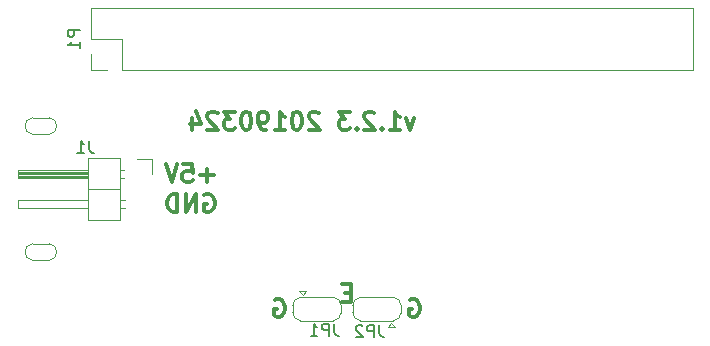
<source format=gbr>
G04 #@! TF.GenerationSoftware,KiCad,Pcbnew,5.0.2-bee76a0~70~ubuntu18.04.1*
G04 #@! TF.CreationDate,2019-03-24T23:52:30-04:00*
G04 #@! TF.ProjectId,rpi-rgb-led-matrix-zero,7270692d-7267-4622-9d6c-65642d6d6174,rev?*
G04 #@! TF.SameCoordinates,Original*
G04 #@! TF.FileFunction,Legend,Bot*
G04 #@! TF.FilePolarity,Positive*
%FSLAX46Y46*%
G04 Gerber Fmt 4.6, Leading zero omitted, Abs format (unit mm)*
G04 Created by KiCad (PCBNEW 5.0.2-bee76a0~70~ubuntu18.04.1) date Sun 24 Mar 2019 23:52:30 EDT*
%MOMM*%
%LPD*%
G01*
G04 APERTURE LIST*
%ADD10C,0.300000*%
%ADD11C,0.120000*%
%ADD12C,0.050000*%
%ADD13C,0.150000*%
G04 APERTURE END LIST*
D10*
X14212142Y-20840000D02*
X14355000Y-20768571D01*
X14569285Y-20768571D01*
X14783571Y-20840000D01*
X14926428Y-20982857D01*
X14997857Y-21125714D01*
X15069285Y-21411428D01*
X15069285Y-21625714D01*
X14997857Y-21911428D01*
X14926428Y-22054285D01*
X14783571Y-22197142D01*
X14569285Y-22268571D01*
X14426428Y-22268571D01*
X14212142Y-22197142D01*
X14140714Y-22125714D01*
X14140714Y-21625714D01*
X14426428Y-21625714D01*
X25642142Y-20840000D02*
X25785000Y-20768571D01*
X25999285Y-20768571D01*
X26213571Y-20840000D01*
X26356428Y-20982857D01*
X26427857Y-21125714D01*
X26499285Y-21411428D01*
X26499285Y-21625714D01*
X26427857Y-21911428D01*
X26356428Y-22054285D01*
X26213571Y-22197142D01*
X25999285Y-22268571D01*
X25856428Y-22268571D01*
X25642142Y-22197142D01*
X25570714Y-22125714D01*
X25570714Y-21625714D01*
X25856428Y-21625714D01*
X20641428Y-20212857D02*
X20141428Y-20212857D01*
X19927142Y-20998571D02*
X20641428Y-20998571D01*
X20641428Y-19498571D01*
X19927142Y-19498571D01*
X26010000Y-5393571D02*
X25652857Y-6393571D01*
X25295714Y-5393571D01*
X23938571Y-6393571D02*
X24795714Y-6393571D01*
X24367142Y-6393571D02*
X24367142Y-4893571D01*
X24510000Y-5107857D01*
X24652857Y-5250714D01*
X24795714Y-5322142D01*
X23295714Y-6250714D02*
X23224285Y-6322142D01*
X23295714Y-6393571D01*
X23367142Y-6322142D01*
X23295714Y-6250714D01*
X23295714Y-6393571D01*
X22652857Y-5036428D02*
X22581428Y-4965000D01*
X22438571Y-4893571D01*
X22081428Y-4893571D01*
X21938571Y-4965000D01*
X21867142Y-5036428D01*
X21795714Y-5179285D01*
X21795714Y-5322142D01*
X21867142Y-5536428D01*
X22724285Y-6393571D01*
X21795714Y-6393571D01*
X21152857Y-6250714D02*
X21081428Y-6322142D01*
X21152857Y-6393571D01*
X21224285Y-6322142D01*
X21152857Y-6250714D01*
X21152857Y-6393571D01*
X20581428Y-4893571D02*
X19652857Y-4893571D01*
X20152857Y-5465000D01*
X19938571Y-5465000D01*
X19795714Y-5536428D01*
X19724285Y-5607857D01*
X19652857Y-5750714D01*
X19652857Y-6107857D01*
X19724285Y-6250714D01*
X19795714Y-6322142D01*
X19938571Y-6393571D01*
X20367142Y-6393571D01*
X20510000Y-6322142D01*
X20581428Y-6250714D01*
X17938571Y-5036428D02*
X17867142Y-4965000D01*
X17724285Y-4893571D01*
X17367142Y-4893571D01*
X17224285Y-4965000D01*
X17152857Y-5036428D01*
X17081428Y-5179285D01*
X17081428Y-5322142D01*
X17152857Y-5536428D01*
X18010000Y-6393571D01*
X17081428Y-6393571D01*
X16152857Y-4893571D02*
X16010000Y-4893571D01*
X15867142Y-4965000D01*
X15795714Y-5036428D01*
X15724285Y-5179285D01*
X15652857Y-5465000D01*
X15652857Y-5822142D01*
X15724285Y-6107857D01*
X15795714Y-6250714D01*
X15867142Y-6322142D01*
X16010000Y-6393571D01*
X16152857Y-6393571D01*
X16295714Y-6322142D01*
X16367142Y-6250714D01*
X16438571Y-6107857D01*
X16510000Y-5822142D01*
X16510000Y-5465000D01*
X16438571Y-5179285D01*
X16367142Y-5036428D01*
X16295714Y-4965000D01*
X16152857Y-4893571D01*
X14224285Y-6393571D02*
X15081428Y-6393571D01*
X14652857Y-6393571D02*
X14652857Y-4893571D01*
X14795714Y-5107857D01*
X14938571Y-5250714D01*
X15081428Y-5322142D01*
X13510000Y-6393571D02*
X13224285Y-6393571D01*
X13081428Y-6322142D01*
X13010000Y-6250714D01*
X12867142Y-6036428D01*
X12795714Y-5750714D01*
X12795714Y-5179285D01*
X12867142Y-5036428D01*
X12938571Y-4965000D01*
X13081428Y-4893571D01*
X13367142Y-4893571D01*
X13510000Y-4965000D01*
X13581428Y-5036428D01*
X13652857Y-5179285D01*
X13652857Y-5536428D01*
X13581428Y-5679285D01*
X13510000Y-5750714D01*
X13367142Y-5822142D01*
X13081428Y-5822142D01*
X12938571Y-5750714D01*
X12867142Y-5679285D01*
X12795714Y-5536428D01*
X11867142Y-4893571D02*
X11724285Y-4893571D01*
X11581428Y-4965000D01*
X11510000Y-5036428D01*
X11438571Y-5179285D01*
X11367142Y-5465000D01*
X11367142Y-5822142D01*
X11438571Y-6107857D01*
X11510000Y-6250714D01*
X11581428Y-6322142D01*
X11724285Y-6393571D01*
X11867142Y-6393571D01*
X12010000Y-6322142D01*
X12081428Y-6250714D01*
X12152857Y-6107857D01*
X12224285Y-5822142D01*
X12224285Y-5465000D01*
X12152857Y-5179285D01*
X12081428Y-5036428D01*
X12010000Y-4965000D01*
X11867142Y-4893571D01*
X10867142Y-4893571D02*
X9938571Y-4893571D01*
X10438571Y-5465000D01*
X10224285Y-5465000D01*
X10081428Y-5536428D01*
X10010000Y-5607857D01*
X9938571Y-5750714D01*
X9938571Y-6107857D01*
X10010000Y-6250714D01*
X10081428Y-6322142D01*
X10224285Y-6393571D01*
X10652857Y-6393571D01*
X10795714Y-6322142D01*
X10867142Y-6250714D01*
X9367142Y-5036428D02*
X9295714Y-4965000D01*
X9152857Y-4893571D01*
X8795714Y-4893571D01*
X8652857Y-4965000D01*
X8581428Y-5036428D01*
X8510000Y-5179285D01*
X8510000Y-5322142D01*
X8581428Y-5536428D01*
X9438571Y-6393571D01*
X8510000Y-6393571D01*
X7224285Y-5393571D02*
X7224285Y-6393571D01*
X7581428Y-4822142D02*
X7938571Y-5893571D01*
X7010000Y-5893571D01*
X8254857Y-11950000D02*
X8397714Y-11878571D01*
X8612000Y-11878571D01*
X8826285Y-11950000D01*
X8969142Y-12092857D01*
X9040571Y-12235714D01*
X9112000Y-12521428D01*
X9112000Y-12735714D01*
X9040571Y-13021428D01*
X8969142Y-13164285D01*
X8826285Y-13307142D01*
X8612000Y-13378571D01*
X8469142Y-13378571D01*
X8254857Y-13307142D01*
X8183428Y-13235714D01*
X8183428Y-12735714D01*
X8469142Y-12735714D01*
X7540571Y-13378571D02*
X7540571Y-11878571D01*
X6683428Y-13378571D01*
X6683428Y-11878571D01*
X5969142Y-13378571D02*
X5969142Y-11878571D01*
X5612000Y-11878571D01*
X5397714Y-11950000D01*
X5254857Y-12092857D01*
X5183428Y-12235714D01*
X5112000Y-12521428D01*
X5112000Y-12735714D01*
X5183428Y-13021428D01*
X5254857Y-13164285D01*
X5397714Y-13307142D01*
X5612000Y-13378571D01*
X5969142Y-13378571D01*
X9040571Y-10267142D02*
X7897714Y-10267142D01*
X8469142Y-10838571D02*
X8469142Y-9695714D01*
X6469142Y-9338571D02*
X7183428Y-9338571D01*
X7254857Y-10052857D01*
X7183428Y-9981428D01*
X7040571Y-9910000D01*
X6683428Y-9910000D01*
X6540571Y-9981428D01*
X6469142Y-10052857D01*
X6397714Y-10195714D01*
X6397714Y-10552857D01*
X6469142Y-10695714D01*
X6540571Y-10767142D01*
X6683428Y-10838571D01*
X7040571Y-10838571D01*
X7183428Y-10767142D01*
X7254857Y-10695714D01*
X5969142Y-9338571D02*
X5469142Y-10838571D01*
X4969142Y-9338571D01*
D11*
G04 #@! TO.C,P1*
X-1330000Y0D02*
X-1330000Y-1330000D01*
X-1330000Y-1330000D02*
X0Y-1330000D01*
X-1330000Y1270000D02*
X1270000Y1270000D01*
X1270000Y1270000D02*
X1270000Y-1330000D01*
X1270000Y-1330000D02*
X49590000Y-1330000D01*
X49590000Y3870000D02*
X49590000Y-1330000D01*
X-1330000Y3870000D02*
X49590000Y3870000D01*
X-1330000Y3870000D02*
X-1330000Y1270000D01*
G04 #@! TO.C,J1*
X1100000Y-8830000D02*
X1100000Y-14030000D01*
X1100000Y-14030000D02*
X-1560000Y-14030000D01*
X-1560000Y-14030000D02*
X-1560000Y-8830000D01*
X-1560000Y-8830000D02*
X1100000Y-8830000D01*
X-1560000Y-9780000D02*
X-7560000Y-9780000D01*
X-7560000Y-9780000D02*
X-7560000Y-10540000D01*
X-7560000Y-10540000D02*
X-1560000Y-10540000D01*
X-1560000Y-9840000D02*
X-7560000Y-9840000D01*
X-1560000Y-9960000D02*
X-7560000Y-9960000D01*
X-1560000Y-10080000D02*
X-7560000Y-10080000D01*
X-1560000Y-10200000D02*
X-7560000Y-10200000D01*
X-1560000Y-10320000D02*
X-7560000Y-10320000D01*
X-1560000Y-10440000D02*
X-7560000Y-10440000D01*
X1430000Y-9780000D02*
X1100000Y-9780000D01*
X1430000Y-10540000D02*
X1100000Y-10540000D01*
X1100000Y-11430000D02*
X-1560000Y-11430000D01*
X-1560000Y-12320000D02*
X-7560000Y-12320000D01*
X-7560000Y-12320000D02*
X-7560000Y-13080000D01*
X-7560000Y-13080000D02*
X-1560000Y-13080000D01*
X1497071Y-12320000D02*
X1100000Y-12320000D01*
X1497071Y-13080000D02*
X1100000Y-13080000D01*
X3810000Y-10160000D02*
X3810000Y-8890000D01*
X3810000Y-8890000D02*
X2540000Y-8890000D01*
D12*
G04 #@! TO.C,H1*
X-6288000Y-16065800D02*
X-4888000Y-16065800D01*
X-6288000Y-17462200D02*
X-4888000Y-17462200D01*
X-4887905Y-17462193D02*
G75*
G03X-4888000Y-16065800I-50095J698193D01*
G01*
X-6288095Y-16065807D02*
G75*
G03X-6288000Y-17462200I50095J-698193D01*
G01*
G04 #@! TO.C,H2*
X-6288000Y-5397800D02*
X-4888000Y-5397800D01*
X-6288000Y-6794200D02*
X-4888000Y-6794200D01*
X-4887905Y-6794193D02*
G75*
G03X-4888000Y-5397800I-50095J698193D01*
G01*
X-6288095Y-5397807D02*
G75*
G03X-6288000Y-6794200I50095J-698193D01*
G01*
D11*
G04 #@! TO.C,JP1*
X15730000Y-21890000D02*
G75*
G03X16430000Y-22590000I700000J0D01*
G01*
X16430000Y-20590000D02*
G75*
G03X15730000Y-21290000I0J-700000D01*
G01*
X19830000Y-21290000D02*
G75*
G03X19130000Y-20590000I-700000J0D01*
G01*
X19130000Y-22590000D02*
G75*
G03X19830000Y-21890000I0J700000D01*
G01*
X16380000Y-22590000D02*
X19180000Y-22590000D01*
X19830000Y-21890000D02*
X19830000Y-21290000D01*
X19180000Y-20590000D02*
X16380000Y-20590000D01*
X15730000Y-21290000D02*
X15730000Y-21890000D01*
X16580000Y-20390000D02*
X16280000Y-20090000D01*
X16280000Y-20090000D02*
X16880000Y-20090000D01*
X16580000Y-20390000D02*
X16880000Y-20090000D01*
G04 #@! TO.C,JP2*
X24910000Y-21290000D02*
G75*
G03X24210000Y-20590000I-700000J0D01*
G01*
X24210000Y-22590000D02*
G75*
G03X24910000Y-21890000I0J700000D01*
G01*
X20810000Y-21890000D02*
G75*
G03X21510000Y-22590000I700000J0D01*
G01*
X21510000Y-20590000D02*
G75*
G03X20810000Y-21290000I0J-700000D01*
G01*
X24260000Y-20590000D02*
X21460000Y-20590000D01*
X20810000Y-21290000D02*
X20810000Y-21890000D01*
X21460000Y-22590000D02*
X24260000Y-22590000D01*
X24910000Y-21890000D02*
X24910000Y-21290000D01*
X24060000Y-22790000D02*
X24360000Y-23090000D01*
X24360000Y-23090000D02*
X23760000Y-23090000D01*
X24060000Y-22790000D02*
X23760000Y-23090000D01*
G04 #@! TO.C,P1*
D13*
X-2317619Y2008095D02*
X-3317619Y2008095D01*
X-3317619Y1627142D01*
X-3270000Y1531904D01*
X-3222380Y1484285D01*
X-3127142Y1436666D01*
X-2984285Y1436666D01*
X-2889047Y1484285D01*
X-2841428Y1531904D01*
X-2793809Y1627142D01*
X-2793809Y2008095D01*
X-2317619Y484285D02*
X-2317619Y1055714D01*
X-2317619Y770000D02*
X-3317619Y770000D01*
X-3174761Y865238D01*
X-3079523Y960476D01*
X-3031904Y1055714D01*
G04 #@! TO.C,J1*
X-1511666Y-7342380D02*
X-1511666Y-8056666D01*
X-1464047Y-8199523D01*
X-1368809Y-8294761D01*
X-1225952Y-8342380D01*
X-1130714Y-8342380D01*
X-2511666Y-8342380D02*
X-1940238Y-8342380D01*
X-2225952Y-8342380D02*
X-2225952Y-7342380D01*
X-2130714Y-7485238D01*
X-2035476Y-7580476D01*
X-1940238Y-7628095D01*
G04 #@! TO.C,JP1*
X19248333Y-22842380D02*
X19248333Y-23556666D01*
X19295952Y-23699523D01*
X19391190Y-23794761D01*
X19534047Y-23842380D01*
X19629285Y-23842380D01*
X18772142Y-23842380D02*
X18772142Y-22842380D01*
X18391190Y-22842380D01*
X18295952Y-22890000D01*
X18248333Y-22937619D01*
X18200714Y-23032857D01*
X18200714Y-23175714D01*
X18248333Y-23270952D01*
X18295952Y-23318571D01*
X18391190Y-23366190D01*
X18772142Y-23366190D01*
X17248333Y-23842380D02*
X17819761Y-23842380D01*
X17534047Y-23842380D02*
X17534047Y-22842380D01*
X17629285Y-22985238D01*
X17724523Y-23080476D01*
X17819761Y-23128095D01*
G04 #@! TO.C,JP2*
X23058333Y-22947380D02*
X23058333Y-23661666D01*
X23105952Y-23804523D01*
X23201190Y-23899761D01*
X23344047Y-23947380D01*
X23439285Y-23947380D01*
X22582142Y-23947380D02*
X22582142Y-22947380D01*
X22201190Y-22947380D01*
X22105952Y-22995000D01*
X22058333Y-23042619D01*
X22010714Y-23137857D01*
X22010714Y-23280714D01*
X22058333Y-23375952D01*
X22105952Y-23423571D01*
X22201190Y-23471190D01*
X22582142Y-23471190D01*
X21629761Y-23042619D02*
X21582142Y-22995000D01*
X21486904Y-22947380D01*
X21248809Y-22947380D01*
X21153571Y-22995000D01*
X21105952Y-23042619D01*
X21058333Y-23137857D01*
X21058333Y-23233095D01*
X21105952Y-23375952D01*
X21677380Y-23947380D01*
X21058333Y-23947380D01*
G04 #@! TD*
M02*

</source>
